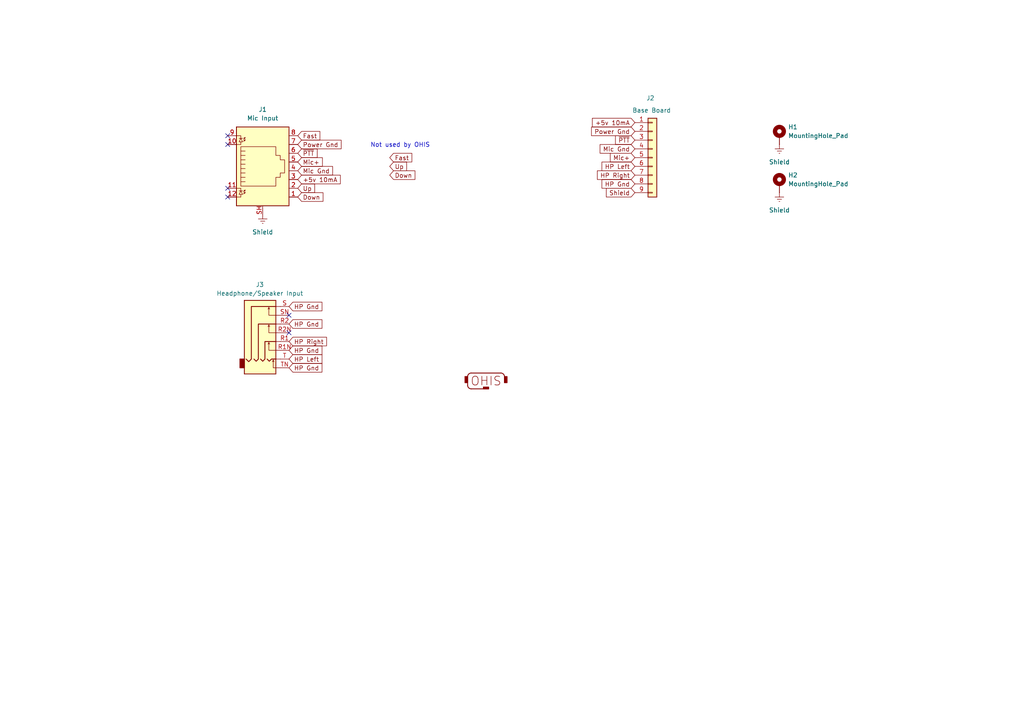
<source format=kicad_sch>
(kicad_sch (version 20231120) (generator "eeschema") (generator_version "8.0")
  (paper "A4")
  (lib_symbols
    (symbol "Connector:RJ45_LED_Shielded" (pin_names (offset 1.016))
      (property "Reference" "J" (at -5.08 13.97 0))
      (property "Value" "RJ45_LED_Shielded" (at 1.27 13.97 0))
      (symbol "RJ45_LED_Shielded_0_1"
        (polyline (pts (xy -7.62 -7.62) (xy -6.35 -7.62)))
        (polyline (pts (xy -7.62 -5.08) (xy -6.35 -5.08)))
        (polyline (pts (xy -7.62 7.62) (xy -6.35 7.62)))
        (polyline (pts (xy -7.62 10.16) (xy -6.35 10.16)))
        (polyline (pts (xy -6.858 -5.842) (xy -5.842 -5.842)))
        (polyline (pts (xy -6.858 9.398) (xy -5.842 9.398)))
        (polyline (pts (xy -6.35 -7.62) (xy -6.35 -6.858)))
        (polyline (pts (xy -6.35 -5.08) (xy -6.35 -5.842)))
        (polyline (pts (xy -6.35 7.62) (xy -6.35 8.382)))
        (polyline (pts (xy -6.35 10.16) (xy -6.35 9.398)))
        (polyline (pts (xy -5.08 -6.223) (xy -5.207 -6.604)))
        (polyline (pts (xy -5.08 -5.588) (xy -5.207 -5.969)))
        (polyline (pts (xy -5.08 4.445) (xy -6.35 4.445)))
        (polyline (pts (xy -5.08 5.715) (xy -6.35 5.715)))
        (polyline (pts (xy -5.08 9.017) (xy -5.207 8.636)))
        (polyline (pts (xy -5.08 9.652) (xy -5.207 9.271)))
        (polyline (pts (xy -6.35 -3.175) (xy -5.08 -3.175) (xy -5.08 -3.175)))
        (polyline (pts (xy -6.35 -1.905) (xy -5.08 -1.905) (xy -5.08 -1.905)))
        (polyline (pts (xy -6.35 -0.635) (xy -5.08 -0.635) (xy -5.08 -0.635)))
        (polyline (pts (xy -6.35 0.635) (xy -5.08 0.635) (xy -5.08 0.635)))
        (polyline (pts (xy -6.35 1.905) (xy -5.08 1.905) (xy -5.08 1.905)))
        (polyline (pts (xy -5.588 -6.731) (xy -5.08 -6.223) (xy -5.461 -6.35)))
        (polyline (pts (xy -5.588 -6.096) (xy -5.08 -5.588) (xy -5.461 -5.715)))
        (polyline (pts (xy -5.588 8.509) (xy -5.08 9.017) (xy -5.461 8.89)))
        (polyline (pts (xy -5.588 9.144) (xy -5.08 9.652) (xy -5.461 9.525)))
        (polyline (pts (xy -5.08 3.175) (xy -6.35 3.175) (xy -6.35 3.175)))
        (polyline (pts (xy -6.35 -5.842) (xy -6.858 -6.858) (xy -5.842 -6.858) (xy -6.35 -5.842)))
        (polyline (pts (xy -6.35 9.398) (xy -6.858 8.382) (xy -5.842 8.382) (xy -6.35 9.398)))
        (polyline (pts (xy -6.35 -4.445) (xy -6.35 6.985) (xy 3.81 6.985) (xy 3.81 4.445) (xy 5.08 4.445) (xy 5.08 3.175) (xy 6.35 3.175) (xy 6.35 -0.635) (xy 5.08 -0.635) (xy 5.08 -1.905) (xy 3.81 -1.905) (xy 3.81 -4.445) (xy -6.35 -4.445) (xy -6.35 -4.445)))
        (rectangle (start 7.62 12.7) (end -7.62 -10.16) (stroke (width 0.254)) (fill (type background)))
      )
      (symbol "RJ45_LED_Shielded_1_1"
        (pin passive line (at 10.16 -7.62 180) (length 2.54) (name "~") (number "1"))
        (pin passive line (at -10.16 7.62 0) (length 2.54) (name "~") (number "10"))
        (pin passive line (at -10.16 -5.08 0) (length 2.54) (name "~") (number "11"))
        (pin passive line (at -10.16 -7.62 0) (length 2.54) (name "~") (number "12"))
        (pin passive line (at 10.16 -5.08 180) (length 2.54) (name "~") (number "2"))
        (pin passive line (at 10.16 -2.54 180) (length 2.54) (name "~") (number "3"))
        (pin passive line (at 10.16 0 180) (length 2.54) (name "~") (number "4"))
        (pin passive line (at 10.16 2.54 180) (length 2.54) (name "~") (number "5"))
        (pin passive line (at 10.16 5.08 180) (length 2.54) (name "~") (number "6"))
        (pin passive line (at 10.16 7.62 180) (length 2.54) (name "~") (number "7"))
        (pin passive line (at 10.16 10.16 180) (length 2.54) (name "~") (number "8"))
        (pin passive line (at -10.16 10.16 0) (length 2.54) (name "~") (number "9"))
        (pin passive line (at 0 -12.7 90) (length 2.54) (name "~") (number "SH"))
      )
    )
    (symbol "Connector_Generic:Conn_01x09" (pin_names (offset 1.016) hide)
      (property "Reference" "J" (at 0 12.7 0))
      (property "Value" "Conn_01x09" (at 0 -12.7 0))
      (symbol "Conn_01x09_1_1"
        (rectangle (start -1.27 -10.033) (end 0 -10.287) (stroke (width 0.1524)))
        (rectangle (start -1.27 -7.493) (end 0 -7.747) (stroke (width 0.1524)))
        (rectangle (start -1.27 -4.953) (end 0 -5.207) (stroke (width 0.1524)))
        (rectangle (start -1.27 -2.413) (end 0 -2.667) (stroke (width 0.1524)))
        (rectangle (start -1.27 0.127) (end 0 -0.127) (stroke (width 0.1524)))
        (rectangle (start -1.27 2.667) (end 0 2.413) (stroke (width 0.1524)))
        (rectangle (start -1.27 5.207) (end 0 4.953) (stroke (width 0.1524)))
        (rectangle (start -1.27 7.747) (end 0 7.493) (stroke (width 0.1524)))
        (rectangle (start -1.27 10.287) (end 0 10.033) (stroke (width 0.1524)))
        (rectangle (start -1.27 11.43) (end 1.27 -11.43) (stroke (width 0.254)) (fill (type background)))
        (pin passive line (at -5.08 10.16 0) (length 3.81) (name "Pin_1") (number "1"))
        (pin passive line (at -5.08 7.62 0) (length 3.81) (name "Pin_2") (number "2"))
        (pin passive line (at -5.08 5.08 0) (length 3.81) (name "Pin_3") (number "3"))
        (pin passive line (at -5.08 2.54 0) (length 3.81) (name "Pin_4") (number "4"))
        (pin passive line (at -5.08 0 0) (length 3.81) (name "Pin_5") (number "5"))
        (pin passive line (at -5.08 -2.54 0) (length 3.81) (name "Pin_6") (number "6"))
        (pin passive line (at -5.08 -5.08 0) (length 3.81) (name "Pin_7") (number "7"))
        (pin passive line (at -5.08 -7.62 0) (length 3.81) (name "Pin_8") (number "8"))
        (pin passive line (at -5.08 -10.16 0) (length 3.81) (name "Pin_9") (number "9"))
      )
    )
    (symbol "Mechanical:MountingHole_Pad" (pin_numbers hide) (pin_names (offset 1.016) hide) (exclude_from_sim yes) (in_bom no)
      (property "Reference" "H" (at 0 6.35 0))
      (property "Value" "MountingHole_Pad" (at 0 4.445 0))
      (symbol "MountingHole_Pad_0_1"
        (circle (center 0 1.27) (radius 1.27) (stroke (width 1.27)))
      )
      (symbol "MountingHole_Pad_1_1"
        (pin input line (at 0 -2.54 90) (length 2.54) (name "1") (number "1"))
      )
    )
    (symbol "OHIS:Logo_OHIS" (in_bom no)
      (symbol "Logo_OHIS_0_0"
        (rectangle (start -6.096 1.27) (end -5.334 -0.508) (stroke (width 0.254)) (fill (type outline)))
        (arc (start -5.3341 -1.2701) (mid -5.0365 -1.9885) (end -4.3181 -2.2861) (stroke (width 0.254)))
        (arc (start -4.318 2.286) (mid -5.0364 1.9884) (end -5.334 1.27) (stroke (width 0.254)))
        (rectangle (start -0.762 -1.778) (end 0.762 -2.286) (stroke (width 0.254)) (fill (type outline)))
        (polyline (pts (xy -5.334 1.27) (xy -5.334 -1.27)) (stroke (width 0.254)))
        (polyline (pts (xy -4.318 -2.286) (xy 0.762 -2.286)) (stroke (width 0.254)))
        (polyline (pts (xy 4.318 2.286) (xy -4.318 2.286)) (stroke (width 0.254)))
        (arc (start 5.3341 1.2701) (mid 5.0365 1.9885) (end 4.3181 2.2861) (stroke (width 0.254)))
        (rectangle (start 5.334 1.27) (end 6.096 -0.508) (stroke (width 0.254)) (fill (type outline)))
        (text "OHIS" (at 0 0 0) (effects (font (size 2.54 2.54))))
      )
    )
    (symbol "Smitty:AudioJack4_SwitchTR1R2S"
      (property "Reference" "J" (at -3.048 14.986 0))
      (property "Value" "AudioJack4_SwitchTR1R2S" (at -2.794 13.208 0))
      (symbol "AudioJack4_SwitchTR1R2S_0_1"
        (rectangle (start -9.144 -5.08) (end -7.874 -7.62) (stroke (width 0.254)) (fill (type outline)))
        (rectangle (start -7.874 11.938) (end 1.27 -9.398) (stroke (width 0.254)) (fill (type background)))
        (polyline (pts (xy 1.27 -5.08) (xy 2.54 -5.08)))
        (polyline (pts (xy 1.27 5.08) (xy 2.54 5.08)))
        (polyline (pts (xy 2.54 0) (xy 1.27 0)))
        (polyline (pts (xy 2.54 10.16) (xy 1.27 10.16)))
      )
      (symbol "AudioJack4_SwitchTR1R2S_1_1"
        (polyline (pts (xy -0.762 -0.254) (xy -0.508 -0.762)))
        (polyline (pts (xy -0.762 4.826) (xy -0.508 4.318)))
        (polyline (pts (xy -0.762 9.906) (xy -0.508 9.398)))
        (polyline (pts (xy 0.508 -5.334) (xy 0.762 -5.842)))
        (polyline (pts (xy -1.27 -5.08) (xy -0.635 -5.715) (xy 0 -5.08) (xy 1.27 -5.08)) (stroke (width 0.254)))
        (polyline (pts (xy 2.54 -7.62) (xy 0.508 -7.62) (xy 0.508 -5.334) (xy 0.254 -5.842)))
        (polyline (pts (xy 2.54 -2.54) (xy -0.762 -2.54) (xy -0.762 -0.254) (xy -1.016 -0.762)))
        (polyline (pts (xy 2.54 2.54) (xy -0.762 2.54) (xy -0.762 4.826) (xy -1.016 4.318)))
        (polyline (pts (xy 2.54 7.62) (xy -0.762 7.62) (xy -0.762 9.906) (xy -1.016 9.398)))
        (polyline (pts (xy -3.175 -5.08) (xy -2.54 -5.715) (xy -1.905 -5.08) (xy -1.905 0) (xy 1.27 0)) (stroke (width 0.254)))
        (polyline (pts (xy 1.27 5.08) (xy -3.81 5.08) (xy -3.81 -5.08) (xy -4.445 -5.715) (xy -5.08 -5.08)) (stroke (width 0.254)))
        (polyline (pts (xy 1.27 10.16) (xy -5.842 10.16) (xy -5.842 -5.08) (xy -6.604 -5.842) (xy -7.366 -5.08)) (stroke (width 0.254)))
        (pin passive line (at 5.08 0 180) (length 2.54) (name "~") (number "R1"))
        (pin passive line (at 5.08 -2.54 180) (length 2.54) (name "~") (number "R1N"))
        (pin passive line (at 5.08 5.08 180) (length 2.54) (name "~") (number "R2"))
        (pin passive line (at 5.08 2.54 180) (length 2.54) (name "~") (number "R2N"))
        (pin passive line (at 5.08 10.16 180) (length 2.54) (name "~") (number "S"))
        (pin passive line (at 5.08 7.62 180) (length 2.54) (name "~") (number "SN"))
        (pin passive line (at 5.08 -5.08 180) (length 2.54) (name "~") (number "T"))
        (pin passive line (at 5.08 -7.62 180) (length 2.54) (name "~") (number "TN"))
      )
    )
    (symbol "power:Earth" (power) (pin_numbers hide) (pin_names (offset 0) hide)
      (property "Value" "Earth" (at 0 -3.81 0))
      (symbol "Earth_0_1"
        (polyline (pts (xy -0.635 -1.905) (xy 0.635 -1.905)))
        (polyline (pts (xy -0.127 -2.54) (xy 0.127 -2.54)))
        (polyline (pts (xy 0 -1.27) (xy 0 0)))
        (polyline (pts (xy 1.27 -1.27) (xy -1.27 -1.27)))
      )
      (symbol "Earth_1_1"
        (pin power_in line (at 0 0 270) (length 0) (name "~") (number "1"))
      )
    )
  )
  (no_connect (at 66.04 57.15))
  (no_connect (at 83.82 96.52))
  (no_connect (at 66.04 39.37))
  (no_connect (at 66.04 41.91))
  (no_connect (at 83.82 91.44))
  (no_connect (at 66.04 54.61))
  (text "Not used by OHIS" (at 116.078 42.164 0) (effects (font (size 1.27 1.27))))
  (global_label "HP Gnd" (shape input) (at 83.82 101.6 0) (property "Intersheetrefs" "${INTERSHEET_REFS}" (effects (hide yes))))
  (global_label "Fast" (shape input) (at 113.03 45.72 0) (property "Intersheetrefs" "${INTERSHEET_REFS}" (effects (hide yes))))
  (global_label "HP Gnd" (shape input) (at 83.82 93.98 0) (property "Intersheetrefs" "${INTERSHEET_REFS}" (effects (hide yes))))
  (global_label "~{PTT}" (shape input) (at 86.36 44.45 0) (property "Intersheetrefs" "${INTERSHEET_REFS}" (effects (hide yes))))
  (global_label "HP Right" (shape input) (at 83.82 99.06 0) (property "Intersheetrefs" "${INTERSHEET_REFS}" (effects (hide yes))))
  (global_label "Mic+" (shape input) (at 184.15 45.72 180) (property "Intersheetrefs" "${INTERSHEET_REFS}" (effects (hide yes))))
  (global_label "HP Gnd" (shape input) (at 83.82 88.9 0) (property "Intersheetrefs" "${INTERSHEET_REFS}" (effects (hide yes))))
  (global_label "Power Gnd" (shape input) (at 184.15 38.1 180) (property "Intersheetrefs" "${INTERSHEET_REFS}" (effects (hide yes))))
  (global_label "HP Gnd" (shape input) (at 184.15 53.34 180) (property "Intersheetrefs" "${INTERSHEET_REFS}" (effects (hide yes))))
  (global_label "Mic Gnd" (shape input) (at 184.15 43.18 180) (property "Intersheetrefs" "${INTERSHEET_REFS}" (effects (hide yes))))
  (global_label "Shield" (shape input) (at 184.15 55.88 180) (property "Intersheetrefs" "${INTERSHEET_REFS}" (effects (hide yes))))
  (global_label "Up" (shape input) (at 86.36 54.61 0) (property "Intersheetrefs" "${INTERSHEET_REFS}" (effects (hide yes))))
  (global_label "Down" (shape input) (at 113.03 50.8 0) (property "Intersheetrefs" "${INTERSHEET_REFS}" (effects (hide yes))))
  (global_label "+5v 10mA" (shape input) (at 184.15 35.56 180) (property "Intersheetrefs" "${INTERSHEET_REFS}" (effects (hide yes))))
  (global_label "Mic+" (shape input) (at 86.36 46.99 0) (property "Intersheetrefs" "${INTERSHEET_REFS}" (effects (hide yes))))
  (global_label "HP Right" (shape input) (at 184.15 50.8 180) (property "Intersheetrefs" "${INTERSHEET_REFS}" (effects (hide yes))))
  (global_label "~{PTT}" (shape input) (at 184.15 40.64 180) (property "Intersheetrefs" "${INTERSHEET_REFS}" (effects (hide yes))))
  (global_label "HP Gnd" (shape input) (at 83.82 106.68 0) (property "Intersheetrefs" "${INTERSHEET_REFS}" (effects (hide yes))))
  (global_label "Down" (shape input) (at 86.36 57.15 0) (property "Intersheetrefs" "${INTERSHEET_REFS}" (effects (hide yes))))
  (global_label "HP Left" (shape input) (at 184.15 48.26 180) (property "Intersheetrefs" "${INTERSHEET_REFS}" (effects (hide yes))))
  (global_label "Up" (shape input) (at 113.03 48.26 0) (property "Intersheetrefs" "${INTERSHEET_REFS}" (effects (hide yes))))
  (global_label "Power Gnd" (shape input) (at 86.36 41.91 0) (property "Intersheetrefs" "${INTERSHEET_REFS}" (effects (hide yes))))
  (global_label "Fast" (shape input) (at 86.36 39.37 0) (property "Intersheetrefs" "${INTERSHEET_REFS}" (effects (hide yes))))
  (global_label "Mic Gnd" (shape input) (at 86.36 49.53 0) (property "Intersheetrefs" "${INTERSHEET_REFS}" (effects (hide yes))))
  (global_label "+5v 10mA" (shape input) (at 86.36 52.07 0) (property "Intersheetrefs" "${INTERSHEET_REFS}" (effects (hide yes))))
  (global_label "HP Left" (shape input) (at 83.82 104.14 0) (property "Intersheetrefs" "${INTERSHEET_REFS}" (effects (hide yes))))
  (symbol (lib_id "Smitty:AudioJack4_SwitchTR1R2S") (at 78.74 99.06 0) (unit 1)
    (property "Reference" "J3" (at 75.3745 82.55 0))
    (property "Value" "Headphone/Speaker Input" (at 75.3745 85.09 0))
    (property "Footprint" "Libraries:Conn_3.5mm-PJ-393_SMT-C668609_TH-C145811" (effects (hide yes)))
    (property "Description" "Audio Jack, 4 Poles (Stereo / TRRS), Switched TR1R2S Poles (Normalling)" (effects (hide yes)))
  )
  (symbol (lib_id "OHIS:Logo_OHIS") (at 140.97 110.49 0) (unit 1) (in_bom no)
    (property "Reference" "G1" (effects (hide yes)))
    (property "Value" "Logo_OHIS" (effects (hide yes)))
    (property "Footprint" "OHIS:Logo_OHIS_Medium" (effects (hide yes)))
  )
  (symbol (lib_id "power:Earth") (at 226.06 41.91 0) (unit 1)
    (property "Reference" "#PWR01" (effects (hide yes)))
    (property "Value" "Shield" (at 226.06 46.99 0))
    (property "Description" "Power symbol creates a global label with name \"Earth\"" (effects (hide yes)))
  )
  (symbol (lib_id "Connector:RJ45_LED_Shielded") (at 76.2 49.53 0) (unit 1)
    (property "Reference" "J1" (at 76.2 31.75 0))
    (property "Value" "Mic Input" (at 76.2 34.29 0))
    (property "Footprint" "Connector_RJ:RJ45_Amphenol_RJHSE538X" (effects (hide yes)))
    (property "Description" "RJ connector, 8P8C (8 positions 8 connected), two LEDs, Shielded" (effects (hide yes)))
  )
  (symbol (lib_id "power:Earth") (at 76.2 62.23 0) (unit 1)
    (property "Reference" "#PWR03" (effects (hide yes)))
    (property "Value" "Shield" (at 76.2 67.31 0))
    (property "Description" "Power symbol creates a global label with name \"Earth\"" (effects (hide yes)))
  )
  (symbol (lib_id "Mechanical:MountingHole_Pad") (at 226.06 53.34 0) (unit 1) (exclude_from_sim yes) (in_bom no)
    (property "Reference" "H2" (at 228.6 50.7999 0) (effects (justify left)))
    (property "Value" "MountingHole_Pad" (at 228.6 53.3399 0) (effects (justify left)))
    (property "Footprint" "MountingHole:MountingHole_3.2mm_M3_Pad" (effects (hide yes)))
    (property "Description" "Mounting Hole with connection" (effects (hide yes)))
  )
  (symbol (lib_id "Connector_Generic:Conn_01x09") (at 189.23 45.72 0) (unit 1)
    (property "Reference" "J2" (at 187.452 28.448 0) (effects (justify left)))
    (property "Value" "Base Board" (at 183.388 32.004 0) (effects (justify left)))
    (property "Footprint" "Libraries:Conn_B2B-RA_2.54mm_Castelated_9pin_RtoL" (effects (hide yes)))
    (property "Description" "Generic connector, single row, 01x09, script generated (kicad-library-utils/schlib/autogen/connector/)" (effects (hide yes)))
  )
  (symbol (lib_id "power:Earth") (at 226.06 55.88 0) (unit 1)
    (property "Reference" "#PWR02" (effects (hide yes)))
    (property "Value" "Shield" (at 226.06 60.96 0))
    (property "Description" "Power symbol creates a global label with name \"Earth\"" (effects (hide yes)))
  )
  (symbol (lib_id "Mechanical:MountingHole_Pad") (at 226.06 39.37 0) (unit 1) (exclude_from_sim yes) (in_bom no)
    (property "Reference" "H1" (at 228.6 36.8299 0) (effects (justify left)))
    (property "Value" "MountingHole_Pad" (at 228.6 39.3699 0) (effects (justify left)))
    (property "Footprint" "MountingHole:MountingHole_3.2mm_M3_Pad" (effects (hide yes)))
    (property "Description" "Mounting Hole with connection" (effects (hide yes)))
  )
)
</source>
